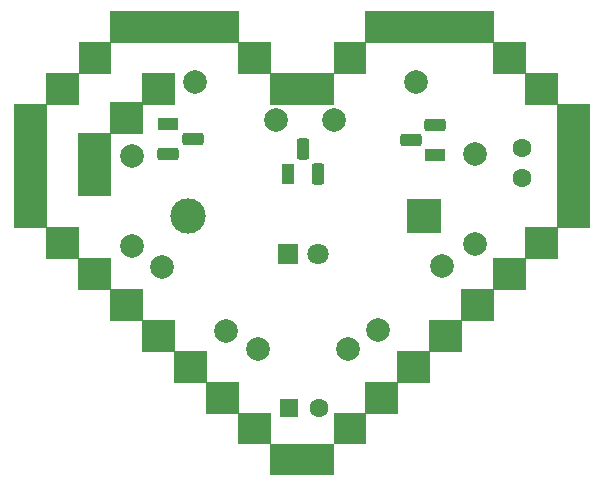
<source format=gbr>
%TF.GenerationSoftware,KiCad,Pcbnew,9.0.7*%
%TF.CreationDate,2026-01-11T09:41:47+01:00*%
%TF.ProjectId,heartbeatTHT,68656172-7462-4656-9174-5448542e6b69,rev?*%
%TF.SameCoordinates,Original*%
%TF.FileFunction,Soldermask,Top*%
%TF.FilePolarity,Negative*%
%FSLAX46Y46*%
G04 Gerber Fmt 4.6, Leading zero omitted, Abs format (unit mm)*
G04 Created by KiCad (PCBNEW 9.0.7) date 2026-01-11 09:41:47*
%MOMM*%
%LPD*%
G01*
G04 APERTURE LIST*
G04 Aperture macros list*
%AMRoundRect*
0 Rectangle with rounded corners*
0 $1 Rounding radius*
0 $2 $3 $4 $5 $6 $7 $8 $9 X,Y pos of 4 corners*
0 Add a 4 corners polygon primitive as box body*
4,1,4,$2,$3,$4,$5,$6,$7,$8,$9,$2,$3,0*
0 Add four circle primitives for the rounded corners*
1,1,$1+$1,$2,$3*
1,1,$1+$1,$4,$5*
1,1,$1+$1,$6,$7*
1,1,$1+$1,$8,$9*
0 Add four rect primitives between the rounded corners*
20,1,$1+$1,$2,$3,$4,$5,0*
20,1,$1+$1,$4,$5,$6,$7,0*
20,1,$1+$1,$6,$7,$8,$9,0*
20,1,$1+$1,$8,$9,$2,$3,0*%
G04 Aperture macros list end*
%ADD10C,0.000000*%
%ADD11C,2.000000*%
%ADD12R,1.800000X1.100000*%
%ADD13RoundRect,0.275000X0.625000X-0.275000X0.625000X0.275000X-0.625000X0.275000X-0.625000X-0.275000X0*%
%ADD14RoundRect,0.275000X-0.625000X0.275000X-0.625000X-0.275000X0.625000X-0.275000X0.625000X0.275000X0*%
%ADD15R,1.100000X1.800000*%
%ADD16RoundRect,0.275000X-0.275000X-0.625000X0.275000X-0.625000X0.275000X0.625000X-0.275000X0.625000X0*%
%ADD17RoundRect,0.250000X-0.550000X-0.550000X0.550000X-0.550000X0.550000X0.550000X-0.550000X0.550000X0*%
%ADD18C,1.600000*%
%ADD19R,1.800000X1.800000*%
%ADD20C,1.800000*%
%ADD21R,3.000000X3.000000*%
%ADD22C,3.000000*%
G04 APERTURE END LIST*
D10*
%TO.C,heart*%
G36*
X147521701Y-71022809D02*
G01*
X150223843Y-71022809D01*
X150223843Y-73638067D01*
X155553204Y-73638067D01*
X155553204Y-71022809D01*
X158255347Y-71022809D01*
X158255347Y-68407551D01*
X169136603Y-68407551D01*
X169136603Y-71022809D01*
X171838676Y-71022809D01*
X171838676Y-73638067D01*
X174540820Y-73638067D01*
X174543140Y-73638067D01*
X174543140Y-76253331D01*
X177245283Y-76253331D01*
X177245283Y-86784434D01*
X174543140Y-86784434D01*
X174543140Y-89399692D01*
X171841001Y-89399692D01*
X171841001Y-92014949D01*
X169138858Y-92014949D01*
X169138858Y-94630207D01*
X166436709Y-94630207D01*
X166436709Y-97245472D01*
X163734569Y-97245472D01*
X163734569Y-99860729D01*
X161032422Y-99860729D01*
X161032422Y-102475987D01*
X158330276Y-102475987D01*
X158330276Y-105091245D01*
X155628133Y-105091245D01*
X155628133Y-107706503D01*
X155553204Y-107706503D01*
X150151257Y-107706503D01*
X150151257Y-105091245D01*
X147449115Y-105091245D01*
X147449115Y-102475987D01*
X144746973Y-102475987D01*
X144746973Y-99860729D01*
X142044829Y-99860729D01*
X142044829Y-97245472D01*
X139342680Y-97245472D01*
X139342680Y-94630207D01*
X136640538Y-94630207D01*
X136640538Y-92014949D01*
X133938390Y-92014949D01*
X133938390Y-89399692D01*
X131236254Y-89399692D01*
X131236254Y-86784434D01*
X128534100Y-86784434D01*
X128534100Y-76323401D01*
X131308834Y-76323401D01*
X131308834Y-86714364D01*
X134010976Y-86714364D01*
X134010976Y-89329622D01*
X136713118Y-89329622D01*
X136713118Y-91944880D01*
X139415266Y-91944880D01*
X139415266Y-94560138D01*
X142117408Y-94560138D01*
X142117408Y-97175396D01*
X144819559Y-97175396D01*
X144819559Y-99790654D01*
X147521701Y-99790654D01*
X147521701Y-102405912D01*
X150223843Y-102405912D01*
X150223843Y-105021175D01*
X155553204Y-105021175D01*
X155553204Y-102405912D01*
X158255347Y-102405912D01*
X158255347Y-99790654D01*
X160957488Y-99790654D01*
X160957488Y-97175396D01*
X163659632Y-97175396D01*
X163659632Y-94560138D01*
X166361780Y-94560138D01*
X166361780Y-91944880D01*
X169063924Y-91944880D01*
X169063924Y-89329622D01*
X171762556Y-89329622D01*
X171762556Y-86714364D01*
X174464700Y-86714364D01*
X174464700Y-76323401D01*
X171762556Y-76323401D01*
X171762556Y-73708143D01*
X169060413Y-73708143D01*
X169060413Y-71092885D01*
X158327939Y-71092885D01*
X158327939Y-73708143D01*
X155625795Y-73708143D01*
X155625795Y-76323401D01*
X150148914Y-76323401D01*
X150148914Y-73708143D01*
X147446771Y-73708143D01*
X147446771Y-71092885D01*
X136713118Y-71092885D01*
X136713118Y-73708143D01*
X134010976Y-73708143D01*
X134010976Y-76323401D01*
X131308834Y-76323401D01*
X128534100Y-76323401D01*
X128534100Y-76253331D01*
X131236254Y-76253331D01*
X131236254Y-73638067D01*
X134010976Y-73638067D01*
X134010976Y-71022809D01*
X136640532Y-71022809D01*
X136640532Y-68407551D01*
X147521701Y-68407551D01*
X147521701Y-71022809D01*
G37*
G36*
X142119752Y-76323401D02*
G01*
X139417604Y-76323401D01*
X139417604Y-78796257D01*
X136717805Y-78796257D01*
X136717805Y-84024512D01*
X133943072Y-84024512D01*
X133943072Y-78723924D01*
X136642876Y-78723924D01*
X136642876Y-76108667D01*
X139345018Y-76108667D01*
X139345018Y-73638067D01*
X142119752Y-73638067D01*
X142119752Y-76323401D01*
G37*
%TD*%
D11*
%TO.C,R2*%
X143796967Y-74389825D03*
X150703033Y-77610177D03*
%TD*%
D12*
%TO.C,Q3*%
X164150000Y-80540000D03*
D13*
X162080000Y-79270000D03*
X164150000Y-78000000D03*
%TD*%
D11*
%TO.C,R4*%
X167500000Y-88120000D03*
X167500000Y-80500000D03*
%TD*%
D12*
%TO.C,Q1*%
X141580000Y-77980000D03*
D14*
X143650000Y-79250000D03*
X141580000Y-80520000D03*
%TD*%
D11*
%TO.C,R5*%
X164750000Y-90000000D03*
X159361846Y-95388154D03*
%TD*%
%TO.C,R1*%
X162500000Y-74389826D03*
X155593934Y-77610178D03*
%TD*%
D15*
%TO.C,Q2*%
X151730000Y-82170000D03*
D16*
X153000000Y-80100000D03*
X154270000Y-82170000D03*
%TD*%
D17*
%TO.C,C1*%
X151817621Y-102000000D03*
D18*
X154317621Y-102000000D03*
%TD*%
D11*
%TO.C,R3*%
X138500000Y-88250000D03*
X138500000Y-80630000D03*
%TD*%
D18*
%TO.C,C2*%
X171500000Y-82500000D03*
X171500000Y-80000000D03*
%TD*%
D11*
%TO.C,R7*%
X149130000Y-97000000D03*
X156750000Y-97000000D03*
%TD*%
D19*
%TO.C,D1*%
X151725000Y-89000000D03*
D20*
X154265000Y-89000000D03*
%TD*%
D11*
%TO.C,R6*%
X141055923Y-90055923D03*
X146444077Y-95444077D03*
%TD*%
D21*
%TO.C,BT1*%
X163200481Y-85749998D03*
D22*
X143200481Y-85749998D03*
%TD*%
M02*

</source>
